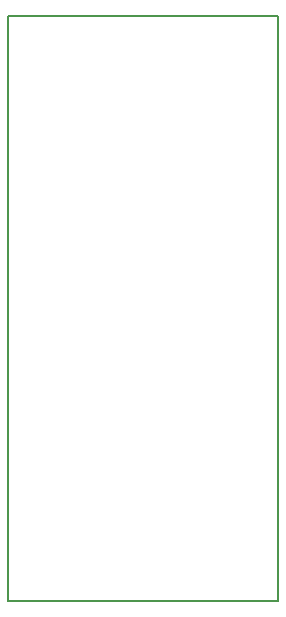
<source format=gko>
G75*
%MOIN*%
%OFA0B0*%
%FSLAX24Y24*%
%IPPOS*%
%LPD*%
%AMOC8*
5,1,8,0,0,1.08239X$1,22.5*
%
%ADD10C,0.0080*%
D10*
X000150Y000150D02*
X009150Y000150D01*
X009150Y019650D01*
X000150Y019650D01*
X000150Y000150D01*
M02*

</source>
